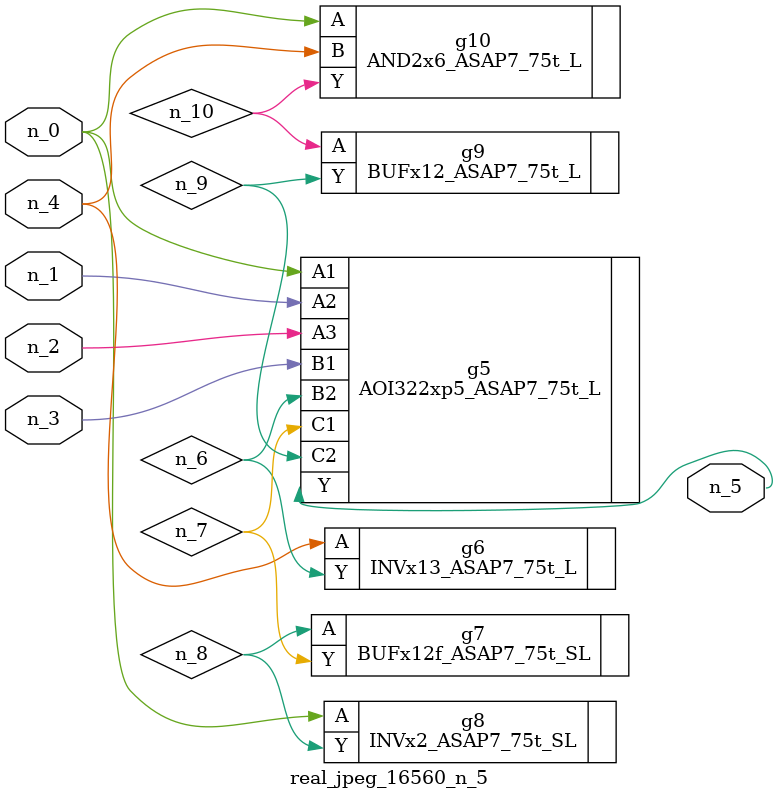
<source format=v>
module real_jpeg_16560_n_5 (n_4, n_0, n_1, n_2, n_3, n_5);

input n_4;
input n_0;
input n_1;
input n_2;
input n_3;

output n_5;

wire n_8;
wire n_6;
wire n_7;
wire n_10;
wire n_9;

AOI322xp5_ASAP7_75t_L g5 ( 
.A1(n_0),
.A2(n_1),
.A3(n_2),
.B1(n_3),
.B2(n_6),
.C1(n_7),
.C2(n_9),
.Y(n_5)
);

INVx2_ASAP7_75t_SL g8 ( 
.A(n_0),
.Y(n_8)
);

AND2x6_ASAP7_75t_L g10 ( 
.A(n_0),
.B(n_4),
.Y(n_10)
);

INVx13_ASAP7_75t_L g6 ( 
.A(n_4),
.Y(n_6)
);

BUFx12f_ASAP7_75t_SL g7 ( 
.A(n_8),
.Y(n_7)
);

BUFx12_ASAP7_75t_L g9 ( 
.A(n_10),
.Y(n_9)
);


endmodule
</source>
